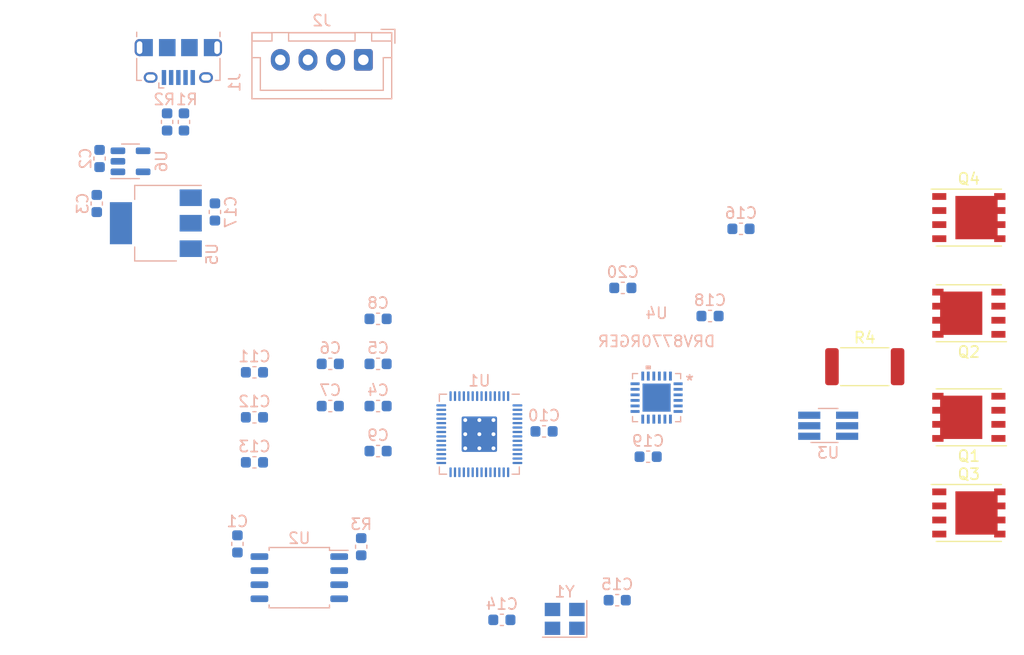
<source format=kicad_pcb>
(kicad_pcb (version 20211014) (generator pcbnew)
  (layers (0 "F.Cu" signal) (31 "B.Cu" signal) (34 "B.Paste" user) (35 "F.Paste" user) (36 "B.SilkS" user "B.Silkscreen") (37 "F.SilkS" user "F.Silkscreen") (38 "B.Mask" user) (39 "F.Mask" user) (44 "Edge.Cuts" user))
  (net 0 "")
  (net 1 "+3V3")
  (net 2 "GND")
  (net 3 "+15V")
  (net 4 "+1V1")
  (net 5 "Net-(C19-Pad1)")
  (net 6 "VCC")
  (net 7 "Net-(C20-Pad1)")
  (net 8 "/USB_D-")
  (net 9 "/USB_D+")
  (net 11 "/SPI_CS")
  (net 12 "/SPI_CLK")
  (net 13 "/SPI_MOSI")
  (net 14 "/SPI_MISO")
  (net 15 "/Driver/RS-")
  (net 16 "/Driver/GHA")
  (net 17 "/Driver/M_A")
  (net 18 "/Driver/GHB")
  (net 19 "/Driver/M_B")
  (net 20 "/Driver/GLA")
  (net 21 "/Driver/GLB")
  (net 22 "Net-(R1-Pad1)")
  (net 23 "Net-(R2-Pad2)")
  (net 24 "/SS")
  (net 46 "/INHA")
  (net 47 "/INHB")
  (net 48 "/INLA")
  (net 49 "/INLB")
  (net 50 "/CURRENT")
  (net 54 "/F_D3")
  (net 55 "/F_CLK")
  (net 56 "/F_D0")
  (net 57 "/F_D2")
  (net 58 "/F_D1")
  (net 59 "/Driver/CURRENT")
  (net 60 "/Driver/INLA")
  (net 61 "/Driver/INLB")
  (net 70 "/Driver/INHA")
  (net 71 "/Driver/INHB")
  (net 74 "/VBUS")
  (net 75 "/XIN")
  (net 76 "/XOUT")
  (footprint "MOSFET:PowerPAK_SO-8_FET" (layer "F.Cu") (at 172.72 101.6)
    (fp_text reference "Q4" (at 0 -3.5) (layer "F.SilkS"))
    (fp_text value "Q_NMOS_DGS")
    (fp_line (start -2.945 2.57) (end 2.945 2.57) (layer "F.SilkS") (width 0.12))
    (fp_line (start -3.4 -2.57) (end 2.945 -2.57) (layer "F.SilkS") (width 0.12))
    (pad "1" smd rect (at 2.795 1.905) (size 1.02 0.61) (layers "F.Cu" "F.Paste" "F.Mask") (net 19 "/Driver/M_B"))
    (pad "1" smd rect (at 0.69 0) (size 3.81 3.91) (layers "F.Cu" "F.Paste" "F.Mask") (net 19 "/Driver/M_B"))
    (pad "1" smd rect (at 2.795 -0.635) (size 1.02 0.61) (layers "F.Cu" "F.Paste" "F.Mask") (net 19 "/Driver/M_B"))
    (pad "1" smd rect (at 2.795 -1.905) (size 1.02 0.61) (layers "F.Cu" "F.Paste" "F.Mask") (net 19 "/Driver/M_B"))
    (pad "1" smd rect (at 2.795 0.635) (size 1.02 0.61) (layers "F.Cu" "F.Paste" "F.Mask") (net 19 "/Driver/M_B"))
    (pad "2" smd rect (at -2.67 1.905) (size 1.27 0.61) (layers "F.Cu" "F.Paste" "F.Mask") (net 21 "/Driver/GLB"))
    (pad "3" smd rect (at -2.67 -1.905) (size 1.27 0.61) (layers "F.Cu" "F.Paste" "F.Mask") (net 2 "GND"))
    (pad "3" smd rect (at -2.67 0.635) (size 1.27 0.61) (layers "F.Cu" "F.Paste" "F.Mask") (net 2 "GND"))
    (pad "3" smd rect (at -2.67 -0.635) (size 1.27 0.61) (layers "F.Cu" "F.Paste" "F.Mask") (net 2 "GND"))
  )
  (footprint "MOSFET:PowerPAK_SO-8_FET" (layer "F.Cu") (at 172.72 128.27)
    (fp_text reference "Q3" (at 0 -3.5) (layer "F.SilkS"))
    (fp_text value "Q_NMOS_DGS")
    (fp_line (start -3.4 -2.57) (end 2.945 -2.57) (layer "F.SilkS") (width 0.12))
    (fp_line (start -2.945 2.57) (end 2.945 2.57) (layer "F.SilkS") (width 0.12))
    (pad "1" smd rect (at 2.795 1.905) (size 1.02 0.61) (layers "F.Cu" "F.Paste" "F.Mask") (net 17 "/Driver/M_A"))
    (pad "1" smd rect (at 2.795 -0.635) (size 1.02 0.61) (layers "F.Cu" "F.Paste" "F.Mask") (net 17 "/Driver/M_A"))
    (pad "1" smd rect (at 2.795 -1.905) (size 1.02 0.61) (layers "F.Cu" "F.Paste" "F.Mask") (net 17 "/Driver/M_A"))
    (pad "1" smd rect (at 2.795 0.635) (size 1.02 0.61) (layers "F.Cu" "F.Paste" "F.Mask") (net 17 "/Driver/M_A"))
    (pad "1" smd rect (at 0.69 0) (size 3.81 3.91) (layers "F.Cu" "F.Paste" "F.Mask") (net 17 "/Driver/M_A"))
    (pad "2" smd rect (at -2.67 1.905) (size 1.27 0.61) (layers "F.Cu" "F.Paste" "F.Mask") (net 20 "/Driver/GLA"))
    (pad "3" smd rect (at -2.67 -1.905) (size 1.27 0.61) (layers "F.Cu" "F.Paste" "F.Mask") (net 2 "GND"))
    (pad "3" smd rect (at -2.67 0.635) (size 1.27 0.61) (layers "F.Cu" "F.Paste" "F.Mask") (net 2 "GND"))
    (pad "3" smd rect (at -2.67 -0.635) (size 1.27 0.61) (layers "F.Cu" "F.Paste" "F.Mask") (net 2 "GND"))
  )
  (footprint "Resistor_SMD:R_2512_6332Metric" (layer "F.Cu") (at 163.322 115.062)
    (fp_text reference "R4" (at 0 -2.62) (layer "F.SilkS"))
    (fp_text value "0.3m")
    (fp_line (start -2.177064 -1.71) (end 2.177064 -1.71) (layer "F.SilkS") (width 0.12))
    (fp_line (start -2.177064 1.71) (end 2.177064 1.71) (layer "F.SilkS") (width 0.12))
    (pad "1" smd roundrect (at -2.9625 0) (size 1.225 3.35) (layers "F.Cu" "F.Paste" "F.Mask") (roundrect_rratio 0.204082) (net 6 "VCC"))
    (pad "2" smd roundrect (at 2.9625 0) (size 1.225 3.35) (layers "F.Cu" "F.Paste" "F.Mask") (roundrect_rratio 0.204082) (net 15 "/Driver/RS-"))
  )
  (footprint "MOSFET:PowerPAK_SO-8_FET" (layer "F.Cu") (at 172.72 110.236 180)
    (fp_text reference "Q2" (at 0 -3.5) (layer "F.SilkS"))
    (fp_text value "Q_NMOS_DGS")
    (fp_line (start -2.945 2.57) (end 2.945 2.57) (layer "F.SilkS") (width 0.12))
    (fp_line (start -3.4 -2.57) (end 2.945 -2.57) (layer "F.SilkS") (width 0.12))
    (pad "1" smd rect (at 2.795 -0.635 180) (size 1.02 0.61) (layers "F.Cu" "F.Paste" "F.Mask") (net 15 "/Driver/RS-"))
    (pad "1" smd rect (at 0.69 0 180) (size 3.81 3.91) (layers "F.Cu" "F.Paste" "F.Mask") (net 15 "/Driver/RS-"))
    (pad "1" smd rect (at 2.795 1.905 180) (size 1.02 0.61) (layers "F.Cu" "F.Paste" "F.Mask") (net 15 "/Driver/RS-"))
    (pad "1" smd rect (at 2.795 -1.905 180) (size 1.02 0.61) (layers "F.Cu" "F.Paste" "F.Mask") (net 15 "/Driver/RS-"))
    (pad "1" smd rect (at 2.795 0.635 180) (size 1.02 0.61) (layers "F.Cu" "F.Paste" "F.Mask") (net 15 "/Driver/RS-"))
    (pad "2" smd rect (at -2.67 1.905 180) (size 1.27 0.61) (layers "F.Cu" "F.Paste" "F.Mask") (net 18 "/Driver/GHB"))
    (pad "3" smd rect (at -2.67 -1.905 180) (size 1.27 0.61) (layers "F.Cu" "F.Paste" "F.Mask") (net 19 "/Driver/M_B"))
    (pad "3" smd rect (at -2.67 0.635 180) (size 1.27 0.61) (layers "F.Cu" "F.Paste" "F.Mask") (net 19 "/Driver/M_B"))
    (pad "3" smd rect (at -2.67 -0.635 180) (size 1.27 0.61) (layers "F.Cu" "F.Paste" "F.Mask") (net 19 "/Driver/M_B"))
  )
  (footprint "MOSFET:PowerPAK_SO-8_FET" (layer "F.Cu") (at 172.72 119.634 180)
    (fp_text reference "Q1" (at 0 -3.5) (layer "F.SilkS"))
    (fp_text value "Q_NMOS_DGS")
    (fp_line (start -3.4 -2.57) (end 2.945 -2.57) (layer "F.SilkS") (width 0.12))
    (fp_line (start -2.945 2.57) (end 2.945 2.57) (layer "F.SilkS") (width 0.12))
    (pad "1" smd rect (at 2.795 0.635 180) (size 1.02 0.61) (layers "F.Cu" "F.Paste" "F.Mask") (net 15 "/Driver/RS-"))
    (pad "1" smd rect (at 2.795 -0.635 180) (size 1.02 0.61) (layers "F.Cu" "F.Paste" "F.Mask") (net 15 "/Driver/RS-"))
    (pad "1" smd rect (at 0.69 0 180) (size 3.81 3.91) (layers "F.Cu" "F.Paste" "F.Mask") (net 15 "/Driver/RS-"))
    (pad "1" smd rect (at 2.795 -1.905 180) (size 1.02 0.61) (layers "F.Cu" "F.Paste" "F.Mask") (net 15 "/Driver/RS-"))
    (pad "1" smd rect (at 2.795 1.905 180) (size 1.02 0.61) (layers "F.Cu" "F.Paste" "F.Mask") (net 15 "/Driver/RS-"))
    (pad "2" smd rect (at -2.67 1.905 180) (size 1.27 0.61) (layers "F.Cu" "F.Paste" "F.Mask") (net 16 "/Driver/GHA"))
    (pad "3" smd rect (at -2.67 -1.905 180) (size 1.27 0.61) (layers "F.Cu" "F.Paste" "F.Mask") (net 17 "/Driver/M_A"))
    (pad "3" smd rect (at -2.67 -0.635 180) (size 1.27 0.61) (layers "F.Cu" "F.Paste" "F.Mask") (net 17 "/Driver/M_A"))
    (pad "3" smd rect (at -2.67 0.635 180) (size 1.27 0.61) (layers "F.Cu" "F.Paste" "F.Mask") (net 17 "/Driver/M_A"))
  )
  (footprint "Package_SO:SOIC-8_5.23x5.23mm_P1.27mm" (layer "B.Cu") (at 112.268 134.112 180)
    (fp_text reference "U2" (at 0 3.56) (layer "B.SilkS") (effects (justify mirror)))
    (fp_text value "W25Q32JVSS")
    (fp_line (start -2.725 -2.725) (end -2.725 -2.465) (layer "B.SilkS") (width 0.12))
    (fp_line (start -2.725 2.725) (end -2.725 2.465) (layer "B.SilkS") (width 0.12))
    (fp_line (start 0 2.725) (end -2.725 2.725) (layer "B.SilkS") (width 0.12))
    (fp_line (start 0 2.725) (end 2.725 2.725) (layer "B.SilkS") (width 0.12))
    (fp_line (start 0 -2.725) (end 2.725 -2.725) (layer "B.SilkS") (width 0.12))
    (fp_line (start -2.725 2.465) (end -4.4 2.465) (layer "B.SilkS") (width 0.12))
    (fp_line (start 0 -2.725) (end -2.725 -2.725) (layer "B.SilkS") (width 0.12))
    (fp_line (start 2.725 2.725) (end 2.725 2.465) (layer "B.SilkS") (width 0.12))
    (fp_line (start 2.725 -2.725) (end 2.725 -2.465) (layer "B.SilkS") (width 0.12))
    (pad "1" smd roundrect (at -3.6 1.905 180) (size 1.6 0.6) (layers "B.Cu" "B.Paste" "B.Mask") (net 24 "/SS"))
    (pad "2" smd roundrect (at -3.6 0.635 180) (size 1.6 0.6) (layers "B.Cu" "B.Paste" "B.Mask") (net 58 "/F_D1"))
    (pad "3" smd roundrect (at -3.6 -0.635 180) (size 1.6 0.6) (layers "B.Cu" "B.Paste" "B.Mask") (net 57 "/F_D2"))
    (pad "4" smd roundrect (at -3.6 -1.905 180) (size 1.6 0.6) (layers "B.Cu" "B.Paste" "B.Mask") (net 2 "GND"))
    (pad "5" smd roundrect (at 3.6 -1.905 180) (size 1.6 0.6) (layers "B.Cu" "B.Paste" "B.Mask") (net 56 "/F_D0"))
    (pad "6" smd roundrect (at 3.6 -0.635 180) (size 1.6 0.6) (layers "B.Cu" "B.Paste" "B.Mask") (net 55 "/F_CLK"))
    (pad "7" smd roundrect (at 3.6 0.635 180) (size 1.6 0.6) (layers "B.Cu" "B.Paste" "B.Mask") (net 54 "/F_D3"))
    (pad "8" smd roundrect (at 3.6 1.905 180) (size 1.6 0.6) (layers "B.Cu" "B.Paste" "B.Mask") (net 1 "+3V3"))
  )
  (footprint "DRIVER:DRV8770RGER" (layer "B.Cu") (at 144.526 117.856 180)
    (fp_text reference "U4" (at 0 7.62) (layer "B.SilkS") (effects (justify mirror)))
    (fp_text value "DRV8770RGER" (at 0 5.08) (layer "B.SilkS") (effects (justify mirror)))
    (fp_text user "*" (at -2.9845 1.500378) (layer "B.SilkS") (effects (justify mirror)))
    (fp_text user "*" (at -2.9845 1.500378) (layer "B.SilkS") (effects (justify mirror)))
    (fp_line (start 2.1717 1.710055) (end 2.1717 2.1717) (layer "B.SilkS") (width 0.12))
    (fp_line (start -2.1717 2.1717) (end -2.1717 1.710055) (layer "B.SilkS") (width 0.12))
    (fp_line (start 1.710055 -2.1717) (end 2.1717 -2.1717) (layer "B.SilkS") (width 0.12))
    (fp_line (start 2.1717 -2.1717) (end 2.1717 -1.710055) (layer "B.SilkS") (width 0.12))
    (fp_line (start -2.1717 -2.1717) (end -1.710055 -2.1717) (layer "B.SilkS") (width 0.12))
    (fp_line (start -1.710055 2.1717) (end -2.1717 2.1717) (layer "B.SilkS") (width 0.12))
    (fp_line (start 2.1717 2.1717) (end 1.710055 2.1717) (layer "B.SilkS") (width 0.12))
    (fp_line (start -2.1717 -1.710055) (end -2.1717 -2.1717) (layer "B.SilkS") (width 0.12))
    (fp_poly (pts (xy 0.559689 2.6035) (xy 0.559689 2.8575) (xy 0.940689 2.8575) (xy 0.940689 2.6035)) (layer "B.SilkS") (width 0.1) (fill solid))
    (pad "1" smd rect (at -1.9431 1.250315 90) (size 0.254 0.8128) (layers "B.Cu" "B.Paste" "B.Mask") (net 60 "/Driver/INLA"))
    (pad "2" smd rect (at -1.9431 0.750189 90) (size 0.254 0.8128) (layers "B.Cu" "B.Paste" "B.Mask") (net 61 "/Driver/INLB"))
    (pad "3" smd rect (at -1.9431 0.250063 90) (size 0.254 0.8128) (layers "B.Cu" "B.Paste" "B.Mask"))
    (pad "4" smd rect (at -1.9431 -0.250063 90) (size 0.254 0.8128) (layers "B.Cu" "B.Paste" "B.Mask") (net 3 "+15V"))
    (pad "5" smd rect (at -1.9431 -0.750189 90) (size 0.254 0.8128) (layers "B.Cu" "B.Paste" "B.Mask"))
    (pad "6" smd rect (at -1.9431 -1.250315 90) (size 0.254 0.8128) (layers "B.Cu" "B.Paste" "B.Mask") (net 2 "GND"))
    (pad "7" smd rect (at -1.250315 -1.9431 180) (size 0.254 0.8128) (layers "B.Cu" "B.Paste" "B.Mask"))
    (pad "8" smd rect (at -0.750189 -1.9431 180) (size 0.254 0.8128) (layers "B.Cu" "B.Paste" "B.Mask"))
    (pad "9" smd rect (at -0.250063 -1.9431 180) (size 0.254 0.8128) (layers "B.Cu" "B.Paste" "B.Mask"))
    (pad "10" smd rect (at 0.250063 -1.9431 180) (size 0.254 0.8128) (layers "B.Cu" "B.Paste" "B.Mask") (net 21 "/Driver/GLB"))
    (pad "11" smd rect (at 0.750189 -1.9431 180) (size 0.254 0.8128) (layers "B.Cu" "B.Paste" "B.Mask") (net 20 "/Driver/GLA"))
    (pad "12" smd rect (at 1.250315 -1.9431 180) (size 0.254 0.8128) (layers "B.Cu" "B.Paste" "B.Mask") (net 2 "GND"))
    (pad "13" smd rect (at 1.9431 -1.250315 90) (size 0.254 0.8128) (layers "B.Cu" "B.Paste" "B.Mask"))
    (pad "14" smd rect (at 1.9431 -0.750189 90) (size 0.254 0.8128) (layers "B.Cu" "B.Paste" "B.Mask"))
    (pad "15" smd rect (at 1.9431 -0.250063 90) (size 0.254 0.8128) (layers "B.Cu" "B.Paste" "B.Mask") (net 6 "VCC"))
    (pad "16" smd rect (at 1.9431 0.250063 90) (size 0.254 0.8128) (layers "B.Cu" "B.Paste" "B.Mask") (net 18 "/Driver/GHB"))
    (pad "17" smd rect (at 1.9431 0.750189 90) (size 0.254 0.8128) (layers "B.Cu" "B.Paste" "B.Mask") (net 7 "Net-(C20-Pad1)"))
    (pad "18" smd rect (at 1.9431 1.250315 90) (size 0.254 0.8128) (layers "B.Cu" "B.Paste" "B.Mask") (net 6 "VCC"))
    (pad "19" smd rect (at 1.250315 1.9431 180) (size 0.254 0.8128) (layers "B.Cu" "B.Paste" "B.Mask") (net 16 "/Driver/GHA"))
    (pad "20" smd rect (at 0.750189 1.9431 180) (size 0.254 0.8128) (layers "B.Cu" "B.Paste" "B.Mask") (net 5 "Net-(C19-Pad1)"))
    (pad "21" smd rect (at 0.250063 1.9431 180) (size 0.254 0.8128) (layers "B.Cu" "B.Paste" "B.Mask"))
    (pad "22" smd rect (at -0.250063 1.9431 180) (size 0.254 0.8128) (layers "B.Cu" "B.Paste" "B.Mask") (net 70 "/Driver/INHA"))
    (pad "23" smd rect (at -0.750189 1.9431 180) (size 0.254 0.8128) (layers "B.Cu" "B.Paste" "B.Mask") (net 71 "/Driver/INHB"))
    (pad "24" smd rect (at -1.250315 1.9431 180) (size 0.254 0.8128) (layers "B.Cu" "B.Paste" "B.Mask"))
    (pad "25" smd rect (at 0 0 180) (size 2.54 2.54) (layers "B.Cu" "B.Mask") (net 2 "GND"))
  )
  (footprint "Capacitor_SMD:C_0603_1608Metric" (layer "B.Cu") (at 108.217 123.698 180)
    (fp_text reference "C13" (at 0 1.43) (layer "B.SilkS") (effects (justify mirror)))
    (fp_text value "1u")
    (fp_line (start -0.14058 0.51) (end 0.14058 0.51) (layer "B.SilkS") (width 0.12))
    (fp_line (start -0.14058 -0.51) (end 0.14058 -0.51) (layer "B.SilkS") (width 0.12))
    (pad "1" smd roundrect (at -0.775 0 180) (size 0.9 0.95) (layers "B.Cu" "B.Paste" "B.Mask") (net 4 "+1V1"))
    (pad "2" smd roundrect (at 0.775 0 180) (size 0.9 0.95) (layers "B.Cu" "B.Paste" "B.Mask") (net 2 "GND"))
  )
  (footprint "Capacitor_SMD:C_0603_1608Metric" (layer "B.Cu") (at 108.217 119.634 180)
    (fp_text reference "C12" (at 0 1.43) (layer "B.SilkS") (effects (justify mirror)))
    (fp_text value "100n")
    (fp_line (start -0.14058 0.51) (end 0.14058 0.51) (layer "B.SilkS") (width 0.12))
    (fp_line (start -0.14058 -0.51) (end 0.14058 -0.51) (layer "B.SilkS") (width 0.12))
    (pad "1" smd roundrect (at -0.775 0 180) (size 0.9 0.95) (layers "B.Cu" "B.Paste" "B.Mask") (net 4 "+1V1"))
    (pad "2" smd roundrect (at 0.775 0 180) (size 0.9 0.95) (layers "B.Cu" "B.Paste" "B.Mask") (net 2 "GND"))
  )
  (footprint "Capacitor_SMD:C_0603_1608Metric" (layer "B.Cu") (at 117.856 131.318 -90)
    (fp_text reference "R3" (at -2.032 0 180) (layer "B.SilkS") (effects (justify mirror)))
    (fp_text value "1k")
    (fp_line (start -0.14058 0.51) (end 0.14058 0.51) (layer "B.SilkS") (width 0.12))
    (fp_line (start -0.14058 -0.51) (end 0.14058 -0.51) (layer "B.SilkS") (width 0.12))
    (pad "1" smd roundrect (at -0.775 0 270) (size 0.9 0.95) (layers "B.Cu" "B.Paste" "B.Mask") (net 1 "+3V3"))
    (pad "2" smd roundrect (at 0.775 0 270) (size 0.9 0.95) (layers "B.Cu" "B.Paste" "B.Mask") (net 24 "/SS"))
  )
  (footprint "Crystal:Crystal_SMD_3225-4Pin_3.2x2.5mm" (layer "B.Cu") (at 136.228 137.834 180)
    (fp_text reference "Y1" (at 0 2.45) (layer "B.SilkS") (effects (justify mirror)))
    (fp_text value "Crystal")
    (fp_line (start -2 -1.65) (end 2 -1.65) (layer "B.SilkS") (width 0.12))
    (fp_line (start -2 1.65) (end -2 -1.65) (layer "B.SilkS") (width 0.12))
    (pad "1" smd rect (at -1.1 -0.85 180) (size 1.4 1.2) (layers "B.Cu" "B.Paste" "B.Mask") (net 75 "/XIN"))
    (pad "2" smd rect (at 1.1 0.85 180) (size 1.4 1.2) (layers "B.Cu" "B.Paste" "B.Mask") (net 76 "/XOUT"))
    (pad "3" smd rect (at 1.1 -0.85 180) (size 1.4 1.2) (layers "B.Cu" "B.Paste" "B.Mask"))
    (pad "4" smd rect (at -1.1 0.85 180) (size 1.4 1.2) (layers "B.Cu" "B.Paste" "B.Mask"))
  )
  (footprint "Package_TO_SOT_SMD:SOT-223" (layer "B.Cu") (at 99.314 102.108 180)
    (fp_text reference "U5" (at -5.08 -2.794 270) (layer "B.SilkS") (effects (justify mirror)))
    (fp_text value "LM1117-3.3")
    (fp_line (start -4.1 3.41) (end 1.91 3.41) (layer "B.SilkS") (width 0.12))
    (fp_line (start 1.91 -3.41) (end 1.91 -2.15) (layer "B.SilkS") (width 0.12))
    (fp_line (start 1.91 3.41) (end 1.91 2.15) (layer "B.SilkS") (width 0.12))
    (fp_line (start -1.85 -3.41) (end 1.91 -3.41) (layer "B.SilkS") (width 0.12))
    (pad "1" smd rect (at -3.15 2.3 180) (size 2 1.5) (layers "B.Cu" "B.Paste" "B.Mask") (net 2 "GND"))
    (pad "2" smd rect (at -3.15 0 180) (size 2 1.5) (layers "B.Cu" "B.Paste" "B.Mask") (net 1 "+3V3"))
    (pad "3" smd rect (at -3.15 -2.3 180) (size 2 1.5) (layers "B.Cu" "B.Paste" "B.Mask") (net 3 "+15V"))
    (pad "4" smd rect (at 3.15 0 180) (size 2 3.8) (layers "B.Cu" "B.Paste" "B.Mask"))
  )
  (footprint "Capacitor_SMD:C_0603_1608Metric" (layer "B.Cu") (at 115.062 114.808 180)
    (fp_text reference "C6" (at 0 1.43) (layer "B.SilkS") (effects (justify mirror)))
    (fp_text value "100n")
    (fp_line (start -0.14058 -0.51) (end 0.14058 -0.51) (layer "B.SilkS") (width 0.12))
    (fp_line (start -0.14058 0.51) (end 0.14058 0.51) (layer "B.SilkS") (width 0.12))
    (pad "1" smd roundrect (at -0.775 0 180) (size 0.9 0.95) (layers "B.Cu" "B.Paste" "B.Mask") (net 1 "+3V3"))
    (pad "2" smd roundrect (at 0.775 0 180) (size 0.9 0.95) (layers "B.Cu" "B.Paste" "B.Mask") (net 2 "GND"))
  )
  (footprint "Capacitor_SMD:C_0603_1608Metric" (layer "B.Cu") (at 140.97 136.144 180)
    (fp_text reference "C15" (at 0 1.43) (layer "B.SilkS") (effects (justify mirror)))
    (fp_text value "14p")
    (fp_line (start -0.14058 -0.51) (end 0.14058 -0.51) (layer "B.SilkS") (width 0.12))
    (fp_line (start -0.14058 0.51) (end 0.14058 0.51) (layer "B.SilkS") (width 0.12))
    (pad "1" smd roundrect (at -0.775 0 180) (size 0.9 0.95) (layers "B.Cu" "B.Paste" "B.Mask") (net 2 "GND"))
    (pad "2" smd roundrect (at 0.775 0 180) (size 0.9 0.95) (layers "B.Cu" "B.Paste" "B.Mask") (net 76 "/XOUT"))
  )
  (footprint "RP2040:RP2040-QFN-56" (layer "B.Cu") (at 128.524 121.158 180)
    (fp_text reference "U1" (at 0 4.82) (layer "B.SilkS") (effects (justify mirror)))
    (fp_text value "RP2040")
    (fp_line (start 2.96 3.61) (end 3.61 3.61) (layer "B.SilkS") (width 0.12))
    (fp_line (start 3.61 3.61) (end 3.61 2.96) (layer "B.SilkS") (width 0.12))
    (fp_line (start 2.96 -3.61) (end 3.61 -3.61) (layer "B.SilkS") (width 0.12))
    (fp_line (start -2.96 3.61) (end -3.61 3.61) (layer "B.SilkS") (width 0.12))
    (fp_line (start -2.96 -3.61) (end -3.61 -3.61) (layer "B.SilkS") (width 0.12))
    (fp_line (start 3.61 -3.61) (end 3.61 -2.96) (layer "B.SilkS") (width 0.12))
    (fp_line (start -3.61 -3.61) (end -3.61 -2.96) (layer "B.SilkS") (width 0.12))
    (pad "1" smd roundrect locked (at -3.4375 2.6 180) (size 0.875 0.2) (layers "B.Cu" "B.Paste" "B.Mask") (net 1 "+3V3"))
    (pad "2" smd roundrect locked (at -3.4375 2.2 180) (size 0.875 0.2) (layers "B.Cu" "B.Paste" "B.Mask") (net 13 "/SPI_MOSI"))
    (pad "3" smd roundrect locked (at -3.4375 1.8 180) (size 0.875 0.2) (layers "B.Cu" "B.Paste" "B.Mask") (net 11 "/SPI_CS"))
    (pad "4" smd roundrect locked (at -3.4375 1.4 180) (size 0.875 0.2) (layers "B.Cu" "B.Paste" "B.Mask") (net 12 "/SPI_CLK"))
    (pad "5" smd roundrect locked (at -3.4375 1 180) (size 0.875 0.2) (layers "B.Cu" "B.Paste" "B.Mask") (net 14 "/SPI_MISO"))
    (pad "6" smd roundrect locked (at -3.4375 0.6 180) (size 0.875 0.2) (layers "B.Cu" "B.Paste" "B.Mask"))
    (pad "7" smd roundrect locked (at -3.4375 0.2 180) (size 0.875 0.2) (layers "B.Cu" "B.Paste" "B.Mask"))
    (pad "8" smd roundrect locked (at -3.4375 -0.2 180) (size 0.875 0.2) (layers "B.Cu" "B.Paste" "B.Mask"))
    (pad "9" smd roundrect locked (at -3.4375 -0.6 180) (size 0.875 0.2) (layers "B.Cu" "B.Paste" "B.Mask"))
    (pad "10" smd roundrect locked (at -3.4375 -1 180) (size 0.875 0.2) (layers "B.Cu" "B.Paste" "B.Mask") (net 1 "+3V3"))
    (pad "11" smd roundrect locked (at -3.4375 -1.4 180) (size 0.875 0.2) (layers "B.Cu" "B.Paste" "B.Mask"))
    (pad "12" smd roundrect locked (at -3.4375 -1.8 180) (size 0.875 0.2) (layers "B.Cu" "B.Paste" "B.Mask"))
    (pad "13" smd roundrect locked (at -3.4375 -2.2 180) (size 0.875 0.2) (layers "B.Cu" "B.Paste" "B.Mask"))
    (pad "14" smd roundrect locked (at -3.4375 -2.6 180) (size 0.875 0.2) (layers "B.Cu" "B.Paste" "B.Mask"))
    (pad "15" smd roundrect locked (at -2.6 -3.4375 180) (size 0.2 0.875) (layers "B.Cu" "B.Paste" "B.Mask"))
    (pad "16" smd roundrect locked (at -2.2 -3.4375 180) (size 0.2 0.875) (layers "B.Cu" "B.Paste" "B.Mask"))
    (pad "17" smd roundrect locked (at -1.8 -3.4375 180) (size 0.2 0.875) (layers "B.Cu" "B.Paste" "B.Mask"))
    (pad "18" smd roundrect locked (at -1.4 -3.4375 180) (size 0.2 0.875) (layers "B.Cu" "B.Paste" "B.Mask"))
    (pad "19" smd roundrect locked (at -1 -3.4375 180) (size 0.2 0.875) (layers "B.Cu" "B.Paste" "B.Mask") (net 2 "GND"))
    (pad "20" smd roundrect locked (at -0.6 -3.4375 180) (size 0.2 0.875) (layers "B.Cu" "B.Paste" "B.Mask") (net 75 "/XIN"))
    (pad "21" smd roundrect locked (at -0.2 -3.4375 180) (size 0.2 0.875) (layers "B.Cu" "B.Paste" "B.Mask") (net 76 "/XOUT"))
    (pad "22" smd roundrect locked (at 0.2 -3.4375 180) (size 0.2 0.875) (layers "B.Cu" "B.Paste" "B.Mask") (net 1 "+3V3"))
    (pad "23" smd roundrect locked (at 0.6 -3.4375 180) (size 0.2 0.875) (layers "B.Cu" "B.Paste" "B.Mask") (net 4 "+1V1"))
    (pad "24" smd roundrect locked (at 1 -3.4375 180) (size 0.2 0.875) (layers "B.Cu" "B.Paste" "B.Mask"))
    (pad "25" smd roundrect locked (at 1.4 -3.4375 180) (size 0.2 0.875) (layers "B.Cu" "B.Paste" "B.Mask"))
    (pad "26" smd roundrect locked (at 1.8 -3.4375 180) (size 0.2 0.875) (layers "B.Cu" "B.Paste" "B.Mask"))
    (pad "27" smd roundrect locked (at 2.2 -3.4375 180) (size 0.2 0.875) (layers "B.Cu" "B.Paste" "B.Mask"))
    (pad "28" smd roundrect locked (at 2.6 -3.4375 180) (size 0.2 0.875) (layers "B.Cu" "B.Paste" "B.Mask"))
    (pad "29" smd roundrect locked (at 3.4375 -2.6 180) (size 0.875 0.2) (layers "B.Cu" "B.Paste" "B.Mask"))
    (pad "30" smd roundrect locked (at 3.4375 -2.2 180) (size 0.875 0.2) (layers "B.Cu" "B.Paste" "B.Mask"))
    (pad "31" smd roundrect locked (at 3.4375 -1.8 180) (size 0.875 0.2) (layers "B.Cu" "B.Paste" "B.Mask"))
    (pad "32" smd roundrect locked (at 3.4375 -1.4 180) (size 0.875 0.2) (layers "B.Cu" "B.Paste" "B.Mask"))
    (pad "33" smd roundrect locked (at 3.4375 -1 180) (size 0.875 0.2) (layers "B.Cu" "B.Paste" "B.Mask") (net 1 "+3V3"))
    (pad "34" smd roundrect locked (at 3.4375 -0.6 180) (size 0.875 0.2) (layers "B.Cu" "B.Paste" "B.Mask") (net 46 "/INHA"))
    (pad "35" smd roundrect locked (at 3.4375 -0.2 180) (size 0.875 0.2) (layers "B.Cu" "B.Paste" "B.Mask") (net 47 "/INHB"))
    (pad "36" smd roundrect locked (at 3.4375 0.2 180) (size 0.875 0.2) (layers "B.Cu" "B.Paste" "B.Mask") (net 48 "/INLA"))
    (pad "37" smd roundrect locked (at 3.4375 0.6 180) (size 0.875 0.2) (layers "B.Cu" "B.Paste" "B.Mask") (net 49 "/INLB"))
    (pad "38" smd roundrect locked (at 3.4375 1 180) (size 0.875 0.2) (layers "B.Cu" "B.Paste" "B.Mask") (net 50 "/CURRENT"))
    (pad "39" smd roundrect locked (at 3.4375 1.4 180) (size 0.875 0.2) (layers "B.Cu" "B.Paste" "B.Mask"))
    (pad "40" smd roundrect locked (at 3.4375 1.8 180) (size 0.875 0.2) (layers "B.Cu" "B.Paste" "B.Mask"))
    (pad "41" smd roundrect locked (at 3.4375 2.2 180) (size 0.875 0.2) (layers "B.Cu" "B.Paste" "B.Mask"))
    (pad "42" smd roundrect locked (at 3.4375 2.6 180) (size 0.875 0.2) (layers "B.Cu" "B.Paste" "B.Mask") (net 1 "+3V3"))
    (pad "43" smd roundrect locked (at 2.6 3.4375 180) (size 0.2 0.875) (layers "B.Cu" "B.Paste" "B.Mask") (net 1 "+3V3"))
    (pad "44" smd roundrect locked (at 2.2 3.4375 180) (size 0.2 0.875) (layers "B.Cu" "B.Paste" "B.Mask") (net 1 "+3V3"))
    (pad "45" smd roundrect locked (at 1.8 3.4375 180) (size 0.2 0.875) (layers "B.Cu" "B.Paste" "B.Mask") (net 4 "+1V1"))
    (pad "46" smd roundrect locked (at 1.4 3.4375 180) (size 0.2 0.875) (layers "B.Cu" "B.Paste" "B.Mask") (net 23 "Net-(R2-Pad2)"))
    (pad "47" smd roundrect locked (at 1 3.4375 180) (size 0.2 0.875) (layers "B.Cu" "B.Paste" "B.Mask") (net 22 "Net-(R1-Pad1)"))
    (pad "48" smd roundrect locked (at 0.6 3.4375 180) (size 0.2 0.875) (layers "B.Cu" "B.Paste" "B.Mask") (net 1 "+3V3"))
    (pad "49" smd roundrect locked (at 0.2 3.4375 180) (size 0.2 0.875) (layers "B.Cu" "B.Paste" "B.Mask") (net 1 "+3V3"))
    (pad "50" smd roundrect locked (at -0.2 3.4375 180) (size 0.2 0.875) (layers "B.Cu" "B.Paste" "B.Mask") (net 4 "+1V1"))
    (pad "51" smd roundrect locked (at -0.6 3.4375 180) (size 0.2 0.875) (layers "B.Cu" "B.Paste" "B.Mask") (net 54 "/F_D3"))
    (pad "52" smd roundrect locked (at -1 3.4375 180) (size 0.2 0.875) (layers "B.Cu" "B.Paste" "B.Mask") (net 55 "/F_CLK"))
    (pad "53" smd roundrect locked (at -1.4 3.4375 180) (size 0.2 0.875) (layers "B.Cu" "B.Paste" "B.Mask") (net 56 "/F_D0"))
    (pad "54" smd roundrect locked (at -1.8 3.4375 180) (size 0.2 0.875) (layers "B.Cu" "B.Paste" "B.Mask") (net 57 "/F_D2"))
    (pad "55" smd roundrect locked (at -2.2 3.4375 180) (size 0.2 0.875) (layers "B.Cu" "B.Paste" "B.Mask") (net 58 "/F_D1"))
    (pad "56" smd roundrect locked (at -2.6 3.4375 180) (size 0.2 0.875) (layers "B.Cu" "B.Paste" "B.Mask") (net 24 "/SS"))
    (pad "57" thru_hole circle locked (at -1.275 0 180) (size 0.6 0.6) (drill 0.35) (layers *.Cu) (net 2 "GND"))
    (pad "57" thru_hole circle locked (at 1.275 1.275 180) (size 0.6 0.6) (drill 0.35) (layers *.Cu) (net 2 "GND"))
    (pad "57" thru_hole circle locked (at 1.275 -1.275 180) (size 0.6 0.6) (drill 0.35) (layers *.Cu) (net 2 "GND"))
    (pad "57" thru_hole circle locked (at -1.275 1.275 180) (size 0.6 0.6) (drill 0.35) (layers *.Cu) (net 2 "GND"))
    (pad "57" smd roundrect locked (at 0 0 180) (size 3.2 3.2) (layers "B.Cu" "B.Mask") (roundrect_rratio 0.045) (net 2 "GND"))
    (pad "57" thru_hole circle locked (at 1.275 0 180) (size 0.6 0.6) (drill 0.35) (layers *.Cu) (net 2 "GND"))
    (pad "57" thru_hole circle locked (at 0 1.275 180) (size 0.6 0.6) (drill 0.35) (layers *.Cu) (net 2 "GND"))
    (pad "57" thru_hole circle locked (at -1.275 -1.275 180) (size 0.6 0.6) (drill 0.35) (layers *.Cu) (net 2 "GND"))
    (pad "57" thru_hole circle locked (at 0 -1.275 180) (size 0.6 0.6) (drill 0.35) (layers *.Cu) (net 2 "GND"))
    (pad "57" thru_hole circle locked (at 0 0 180) (size 0.6 0.6) (drill 0.35) (layers *.Cu) (net 2 "GND"))
  )
  (footprint "Capacitor_SMD:C_0603_1608Metric" (layer "B.Cu") (at 93.98 100.33 -90)
    (fp_text reference "C3" (at 0 1.27 90) (layer "B.SilkS") (effects (justify mirror)))
    (fp_text value "10u")
    (fp_line (start -0.14058 0.51) (end 0.14058 0.51) (layer "B.SilkS") (width 0.12))
    (fp_line (start -0.14058 -0.51) (end 0.14058 -0.51) (layer "B.SilkS") (width 0.12))
    (pad "1" smd roundrect (at -0.775 0 270) (size 0.9 0.95) (layers "B.Cu" "B.Paste" "B.Mask") (net 3 "+15V"))
    (pad "2" smd roundrect (at 0.775 0 270) (size 0.9 0.95) (layers "B.Cu" "B.Paste" "B.Mask") (net 2 "GND"))
  )
  (footprint "Capacitor_SMD:C_0603_1608Metric" (layer "B.Cu") (at 149.352 110.49 180)
    (fp_text reference "C18" (at 0 1.43) (layer "B.SilkS") (effects (justify mirror)))
    (fp_text value "0.1u")
    (fp_line (start -0.14058 -0.51) (end 0.14058 -0.51) (layer "B.SilkS") (width 0.12))
    (fp_line (start -0.14058 0.51) (end 0.14058 0.51) (layer "B.SilkS") (width 0.12))
    (pad "1" smd roundrect (at -0.775 0 180) (size 0.9 0.95) (layers "B.Cu" "B.Paste" "B.Mask") (net 2 "GND"))
    (pad "2" smd roundrect (at 0.775 0 180) (size 0.9 0.95) (layers "B.Cu" "B.Paste" "B.Mask") (net 1 "+3V3"))
  )
  (footprint "Capacitor_SMD:C_0603_1608Metric" (layer "B.Cu") (at 115.062 118.618 180)
    (fp_text reference "C7" (at 0 1.43) (layer "B.SilkS") (effects (justify mirror)))
    (fp_text value "100n")
    (fp_line (start -0.14058 0.51) (end 0.14058 0.51) (layer "B.SilkS") (width 0.12))
    (fp_line (start -0.14058 -0.51) (end 0.14058 -0.51) (layer "B.SilkS") (width 0.12))
    (pad "1" smd roundrect (at -0.775 0 180) (size 0.9 0.95) (layers "B.Cu" "B.Paste" "B.Mask") (net 1 "+3V3"))
    (pad "2" smd roundrect (at 0.775 0 180) (size 0.9 0.95) (layers "B.Cu" "B.Paste" "B.Mask") (net 2 "GND"))
  )
  (footprint "Connector_JST:JST_XH_B4B-XH-A_1x04_P2.50mm_Vertical" (layer "B.Cu") (at 118.05 87.359 180)
    (fp_text reference "J2" (at 3.75 3.55) (layer "B.SilkS") (effects (justify mirror)))
    (fp_text value "Conn_01x04_Male")
    (fp_line (start -2.85 2.75) (end -2.85 1.5) (layer "B.SilkS") (width 0.12))
    (fp_line (start 0.75 2.45) (end 0.75 1.7) (layer "B.SilkS") (width 0.12))
    (fp_line (start -0.75 2.45) (end -2.55 2.45) (layer "B.SilkS") (width 0.12))
    (fp_line (start 10.06 2.46) (end -2.56 2.46) (layer "B.SilkS") (width 0.12))
    (fp_line (start 8.25 2.45) (end 8.25 1.7) (layer "B.SilkS") (width 0.12))
    (fp_line (start 6.75 2.45) (end 0.75 2.45) (layer "B.SilkS") (width 0.12))
    (fp_line (start 9.3 0.2) (end 9.3 -2.75) (layer "B.SilkS") (width 0.12))
    (fp_line (start 10.05 0.2) (end 9.3 0.2) (layer "B.SilkS") (width 0.12))
    (fp_line (start 10.05 1.7) (end 10.05 2.45) (layer "B.SilkS") (width 0.12))
    (fp_line (start -2.55 0.2) (end -1.8 0.2) (layer "B.SilkS") (width 0.12))
    (fp_line (start 0.75 1.7) (end 6.75 1.7) (layer "B.SilkS") (width 0.12))
    (fp_line (start 10.06 -3.51) (end 10.06 2.46) (layer "B.SilkS") (width 0.12))
    (fp_line (start 9.3 -2.75) (end 3.75 -2.75) (layer "B.SilkS") (width 0.12))
    (fp_line (start 6.75 1.7) (end 6.75 2.45) (layer "B.SilkS") (width 0.12))
    (fp_line (start -2.56 2.46) (end -2.56 -3.51) (layer "B.SilkS") (width 0.12))
    (fp_line (start -2.55 1.7) (end -0.75 1.7) (layer "B.SilkS") (width 0.12))
    (fp_line (start 10.05 2.45) (end 8.25 2.45) (layer "B.SilkS") (width 0.12))
    (fp_line (start -1.6 2.75) (end -2.85 2.75) (layer "B.SilkS") (width 0.12))
    (fp_line (start 8.25 1.7) (end 10.05 1.7) (layer "B.SilkS") (width 0.12))
    (fp_line (start -0.75 1.7) (end -0.75 2.45) (layer "B.SilkS") (width 0.12))
    (fp_line (start -1.8 -2.75) (end 3.75 -2.75) (layer "B.SilkS") (width 0.12))
    (fp_line (start -2.55 2.45) (end -2.55 1.7) (layer "B.SilkS") (width 0.12))
    (fp_line (start -2.56 -3.51) (end 10.06 -3.51) (layer "B.SilkS") (width 0.12))
    (fp_line (start -1.8 0.2) (end -1.8 -2.75) (layer "B.SilkS") (width 0.12))
    (pad "1" thru_hole roundrect (at 0 0 180) (size 1.7 1.95) (drill 0.95) (layers *.Cu *.Mask) (roundrect_rratio 0.147059) (net 11 "/SPI_CS"))
    (pad "2" thru_hole oval (at 2.5 0 180) (size 1.7 1.95) (drill 0.95) (layers *.Cu *.Mask) (net 12 "/SPI_CLK"))
    (pad "3" thru_hole oval (at 5 0 180) (size 1.7 1.95) (drill 0.95) (layers *.Cu *.Mask) (net 13 "/SPI_MOSI"))
    (pad "4" thru_hole oval (at 7.5 0 180) (size 1.7 1.95) (drill 0.95) (layers *.Cu *.Mask) (net 14 "/SPI_MISO"))
  )
  (footprint "Capacitor_SMD:C_0603_1608Metric" (layer "B.Cu") (at 119.38 122.682 180)
    (fp_text reference "C9" (at 0 1.43) (layer "B.SilkS") (effects (justify mirror)))
    (fp_text value "100n")
    (fp_line (start -0.14058 -0.51) (end 0.14058 -0.51) (layer "B.SilkS") (width 0.12))
    (fp_line (start -0.14058 0.51) (end 0.14058 0.51) (layer "B.SilkS") (width 0.12))
    (pad "1" smd roundrect (at -0.775 0 180) (size 0.9 0.95) (layers "B.Cu" "B.Paste" "B.Mask") (net 1 "+3V3"))
    (pad "2" smd roundrect (at 0.775 0 180) (size 0.9 0.95) (layers "B.Cu" "B.Paste" "B.Mask") (net 2 "GND"))
  )
  (footprint "Capacitor_SMD:C_0603_1608Metric" (layer "B.Cu") (at 94.234 96.266 90)
    (fp_text reference "C2" (at 0 -1.27 270) (layer "B.SilkS") (effects (justify mirror)))
    (fp_text value "10u")
    (fp_line (start -0.14058 -0.51) (end 0.14058 -0.51) (layer "B.SilkS") (width 0.12))
    (fp_line (start -0.14058 0.51) (end 0.14058 0.51) (layer "B.SilkS") (width 0.12))
    (pad "1" smd roundrect (at -0.775 0 90) (size 0.9 0.95) (layers "B.Cu" "B.Paste" "B.Mask") (net 74 "/VBUS"))
    (pad "2" smd roundrect (at 0.775 0 90) (size 0.9 0.95) (layers "B.Cu" "B.Paste" "B.Mask") (net 2 "GND"))
  )
  (footprint "Capacitor_SMD:C_0603_1608Metric" (layer "B.Cu") (at 119.38 110.744 180)
    (fp_text reference "C8" (at 0 1.43) (layer "B.SilkS") (effects (justify mirror)))
    (fp_text value "100n")
    (fp_line (start -0.14058 -0.51) (end 0.14058 -0.51) (layer "B.SilkS") (width 0.12))
    (fp_line (start -0.14058 0.51) (end 0.14058 0.51) (layer "B.SilkS") (width 0.12))
    (pad "1" smd roundrect (at -0.775 0 180) (size 0.9 0.95) (layers "B.Cu" "B.Paste" "B.Mask") (net 1 "+3V3"))
    (pad "2" smd roundrect (at 0.775 0 180) (size 0.9 0.95) (layers "B.Cu" "B.Paste" "B.Mask") (net 2 "GND"))
  )
  (footprint "Capacitor_SMD:C_0603_1608Metric" (layer "B.Cu") (at 134.366 120.904 180)
    (fp_text reference "C10" (at 0 1.43) (layer "B.SilkS") (effects (justify mirror)))
    (fp_text value "1u")
    (fp_line (start -0.14058 -0.51) (end 0.14058 -0.51) (layer "B.SilkS") (width 0.12))
    (fp_line (start -0.14058 0.51) (end 0.14058 0.51) (layer "B.SilkS") (width 0.12))
    (pad "1" smd roundrect (at -0.775 0 180) (size 0.9 0.95) (layers "B.Cu" "B.Paste" "B.Mask") (net 1 "+3V3"))
    (pad "2" smd roundrect (at 0.775 0 180) (size 0.9 0.95) (layers "B.Cu" "B.Paste" "B.Mask") (net 2 "GND"))
  )
  (footprint "Capacitor_SMD:C_0603_1608Metric" (layer "B.Cu") (at 101.854 92.964 90)
    (fp_text reference "R1" (at 2.032 0.254) (layer "B.SilkS") (effects (justify mirror)))
    (fp_text value "27")
    (fp_line (start -0.14058 0.51) (end 0.14058 0.51) (layer "B.SilkS") (width 0.12))
    (fp_line (start -0.14058 -0.51) (end 0.14058 -0.51) (layer "B.SilkS") (width 0.12))
    (pad "1" smd roundrect (at -0.775 0 90) (size 0.9 0.95) (layers "B.Cu" "B.Paste" "B.Mask") (net 22 "Net-(R1-Pad1)"))
    (pad "2" smd roundrect (at 0.775 0 90) (size 0.9 0.95) (layers "B.Cu" "B.Paste" "B.Mask") (net 9 "/USB_D+"))
  )
  (footprint "Capacitor_SMD:C_0603_1608Metric" (layer "B.Cu") (at 119.38 118.618 180)
    (fp_text reference "C4" (at 0 1.43) (layer "B.SilkS") (effects (justify mirror)))
    (fp_text value "100n")
    (fp_line (start -0.14058 -0.51) (end 0.14058 -0.51) (layer "B.SilkS") (width 0.12))
    (fp_line (start -0.14058 0.51) (end 0.14058 0.51) (layer "B.SilkS") (width 0.12))
    (pad "1" smd roundrect (at -0.775 0 180) (size 0.9 0.95) (layers "B.Cu" "B.Paste" "B.Mask") (net 1 "+3V3"))
    (pad "2" smd roundrect (at 0.775 0 180) (size 0.9 0.95) (layers "B.Cu" "B.Paste" "B.Mask") (net 2 "GND"))
  )
  (footprint "Capacitor_SMD:C_0603_1608Metric" (layer "B.Cu") (at 152.146 102.616 180)
    (fp_text reference "C16" (at 0 1.43) (layer "B.SilkS") (effects (justify mirror)))
    (fp_text value "10uF")
    (fp_line (start -0.14058 0.51) (end 0.14058 0.51) (layer "B.SilkS") (width 0.12))
    (fp_line (start -0.14058 -0.51) (end 0.14058 -0.51) (layer "B.SilkS") (width 0.12))
    (pad "1" smd roundrect (at -0.775 0 180) (size 0.9 0.95) (layers "B.Cu" "B.Paste" "B.Mask") (net 2 "GND"))
    (pad "2" smd roundrect (at 0.775 0 180) (size 0.9 0.95) (layers "B.Cu" "B.Paste" "B.Mask") (net 3 "+15V"))
  )
  (footprint "Capacitor_SMD:C_0603_1608Metric" (layer "B.Cu") (at 108.217 115.57 180)
    (fp_text reference "C11" (at 0 1.43) (layer "B.SilkS") (effects (justify mirror)))
    (fp_text value "100n")
    (fp_line (start -0.14058 -0.51) (end 0.14058 -0.51) (layer "B.SilkS") (width 0.12))
    (fp_line (start -0.14058 0.51) (end 0.14058 0.51) (layer "B.SilkS") (width 0.12))
    (pad "1" smd roundrect (at -0.775 0 180) (size 0.9 0.95) (layers "B.Cu" "B.Paste" "B.Mask") (net 4 "+1V1"))
    (pad "2" smd roundrect (at 0.775 0 180) (size 0.9 0.95) (layers "B.Cu" "B.Paste" "B.Mask") (net 2 "GND"))
  )
  (footprint "Capacitor_SMD:C_0603_1608Metric" (layer "B.Cu") (at 104.648 101.092 90)
    (fp_text reference "C17" (at 0 1.43 90) (layer "B.SilkS") (effects (justify mirror)))
    (fp_text value "10u")
    (fp_line (start -0.14058 -0.51) (end 0.14058 -0.51) (layer "B.SilkS") (width 0.12))
    (fp_line (start -0.14058 0.51) (end 0.14058 0.51) (layer "B.SilkS") (width 0.12))
    (pad "1" smd roundrect (at -0.775 0 90) (size 0.9 0.95) (layers "B.Cu" "B.Paste" "B.Mask") (net 1 "+3V3"))
    (pad "2" smd roundrect (at 0.775 0 90) (size 0.9 0.95) (layers "B.Cu" "B.Paste" "B.Mask") (net 2 "GND"))
  )
  (footprint "Capacitor_SMD:C_0603_1608Metric" (layer "B.Cu") (at 100.33 92.964 -90)
    (fp_text reference "R2" (at -2.032 0.254) (layer "B.SilkS") (effects (justify mirror)))
    (fp_text value "27")
    (fp_line (start -0.14058 0.51) (end 0.14058 0.51) (layer "B.SilkS") (width 0.12))
    (fp_line (start -0.14058 -0.51) (end 0.14058 -0.51) (layer "B.SilkS") (width 0.12))
    (pad "1" smd roundrect (at -0.775 0 270) (size 0.9 0.95) (layers "B.Cu" "B.Paste" "B.Mask") (net 8 "/USB_D-"))
    (pad "2" smd roundrect (at 0.775 0 270) (size 0.9 0.95) (layers "B.Cu" "B.Paste" "B.Mask") (net 23 "Net-(R2-Pad2)"))
  )
  (footprint "Package_TO_SOT_SMD:SOT-23-5" (layer "B.Cu") (at 97.028 96.52)
    (fp_text reference "U6" (at 2.794 0 90) (layer "B.SilkS") (effects (justify mirror)))
    (fp_text value "MAX40200AUK")
    (fp_line (start 0 1.56) (end 0.8 1.56) (layer "B.SilkS") (width 0.12))
    (fp_line (start 0 1.56) (end -1.8 1.56) (layer "B.SilkS") (width 0.12))
    (fp_line (start 0 -1.56) (end 0.8 -1.56) (layer "B.SilkS") (width 0.12))
    (fp_line (start 0 -1.56) (end -0.8 -1.56) (layer "B.SilkS") (width 0.12))
    (pad "1" smd roundrect (at -1.1375 0.95) (size 1.325 0.6) (layers "B.Cu" "B.Paste" "B.Mask") (net 74 "/VBUS"))
    (pad "2" smd roundrect (at -1.1375 0) (size 1.325 0.6) (layers "B.Cu" "B.Paste" "B.Mask") (net 2 "GND"))
    (pad "3" smd roundrect (at -1.1375 -0.95) (size 1.325 0.6) (layers "B.Cu" "B.Paste" "B.Mask") (net 74 "/VBUS"))
    (pad "4" smd roundrect (at 1.1375 -0.95) (size 1.325 0.6) (layers "B.Cu" "B.Paste" "B.Mask"))
    (pad "5" smd roundrect (at 1.1375 0.95) (size 1.325 0.6) (layers "B.Cu" "B.Paste" "B.Mask") (net 3 "+15V"))
  )
  (footprint "Capacitor_SMD:C_0603_1608Metric" (layer "B.Cu") (at 143.764 123.19 180)
    (fp_text reference "C19" (at 0 1.43) (layer "B.SilkS") (effects (justify mirror)))
    (fp_text value "100n")
    (fp_line (start -0.14058 0.51) (end 0.14058 0.51) (layer "B.SilkS") (width 0.12))
    (fp_line (start -0.14058 -0.51) (end 0.14058 -0.51) (layer "B.SilkS") (width 0.12))
    (pad "1" smd roundrect (at -0.775 0 180) (size 0.9 0.95) (layers "B.Cu" "B.Paste" "B.Mask") (net 5 "Net-(C19-Pad1)"))
    (pad "2" smd roundrect (at 0.775 0 180) (size 0.9 0.95) (layers "B.Cu" "B.Paste" "B.Mask") (net 6 "VCC"))
  )
  (footprint "Capacitor_SMD:C_0603_1608Metric" (layer "B.Cu") (at 119.38 114.808 180)
    (fp_text reference "C5" (at 0 1.43) (layer "B.SilkS") (effects (justify mirror)))
    (fp_text value "100n")
    (fp_line (start -0.14058 -0.51) (end 0.14058 -0.51) (layer "B.SilkS") (width 0.12))
    (fp_line (start -0.14058 0.51) (end 0.14058 0.51) (layer "B.SilkS") (width 0.12))
    (pad "1" smd roundrect (at -0.775 0 180) (size 0.9 0.95) (layers "B.Cu" "B.Paste" "B.Mask") (net 1 "+3V3"))
    (pad "2" smd roundrect (at 0.775 0 180) (size 0.9 0.95) (layers "B.Cu" "B.Paste" "B.Mask") (net 2 "GND"))
  )
  (footprint "Capacitor_SMD:C_0603_1608Metric" (layer "B.Cu") (at 106.68 131.064 90)
    (fp_text reference "C1" (at 2.032 0 180) (layer "B.SilkS") (effects (justify mirror)))
    (fp_text value "100u")
    (fp_line (start -0.14058 0.51) (end 0.14058 0.51) (layer "B.SilkS") (width 0.12))
    (fp_line (start -0.14058 -0.51) (end 0.14058 -0.51) (layer "B.SilkS") (width 0.12))
    (pad "1" smd roundrect (at -0.775 0 90) (size 0.9 0.95) (layers "B.Cu" "B.Paste" "B.Mask") (net 1 "+3V3"))
    (pad "2" smd roundrect (at 0.775 0 90) (size 0.9 0.95) (layers "B.Cu" "B.Paste" "B.Mask") (net 2 "GND"))
  )
  (footprint "Capacitor_SMD:C_0603_1608Metric" (layer "B.Cu") (at 130.556 137.922 180)
    (fp_text reference "C14" (at 0 1.43) (layer "B.SilkS") (effects (justify mirror)))
    (fp_text value "14p")
    (fp_line (start -0.14058 0.51) (end 0.14058 0.51) (layer "B.SilkS") (width 0.12))
    (fp_line (start -0.14058 -0.51) (end 0.14058 -0.51) (layer "B.SilkS") (width 0.12))
    (pad "1" smd roundrect (at -0.775 0 180) (size 0.9 0.95) (layers "B.Cu" "B.Paste" "B.Mask") (net 2 "GND"))
    (pad "2" smd roundrect (at 0.775 0 180) (size 0.9 0.95) (layers "B.Cu" "B.Paste" "B.Mask") (net 75 "/XIN"))
  )
  (footprint "Connector_USB:USB_Micro-B_Amphenol_10118194_Horizontal" (layer "B.Cu") (at 101.346 87.553)
    (fp_text reference "J1" (at 5.08 1.855 90) (layer "B.SilkS") (effects (justify mirror)))
    (fp_text value "USB_B_Micro")
    (fp_line (start 3.76 -0.32) (end 3.76 1.66) (layer "B.SilkS") (width 0.12))
    (fp_line (start -3.76 -2.69) (end -3.76 -2.29) (layer "B.SilkS") (width 0.12))
    (fp_line (start 3.76 -2.29) (end 3.76 -2.69) (layer "B.SilkS") (width 0.12))
    (fp_line (start -3.76 1.66) (end -3.34 1.66) (layer "B.SilkS") (width 0.12))
    (fp_line (start 3.76 1.66) (end 3.34 1.66) (layer "B.SilkS") (width 0.12))
    (fp_line (start -1.31 2.34) (end -1.76 2.34) (layer "B.SilkS") (width 0.12))
    (fp_line (start -1.76 1.89) (end -1.76 2.34) (layer "B.SilkS") (width 0.12))
    (fp_line (start -3.76 -0.32) (end -3.76 1.66) (layer "B.SilkS") (width 0.12))
    (pad "1" smd rect (at -1.3 1.4) (size 0.4 1.35) (layers "B.Cu" "B.Paste" "B.Mask") (net 74 "/VBUS"))
    (pad "2" smd rect (at -0.65 1.4) (size 0.4 1.35) (layers "B.Cu" "B.Paste" "B.Mask") (net 8 "/USB_D-"))
    (pad "3" smd rect (at 0 1.4) (size 0.4 1.35) (layers "B.Cu" "B.Paste" "B.Mask") (net 9 "/USB_D+"))
    (pad "4" smd rect (at 0.65 1.4) (size 0.4 1.35) (layers "B.Cu" "B.Paste" "B.Mask"))
    (pad "5" smd rect (at 1.3 1.4) (size 0.4 1.35) (layers "B.Cu" "B.Paste" "B.Mask") (net 2 "GND"))
    (pad "6" thru_hole oval (at -2.5 1.4) (size 1.25 0.95) (drill oval 0.85 0.55) (layers *.Cu *.Mask) (net 2 "GND"))
    (pad "6" smd rect (at -2.9 -1.3) (size 1.2 1.55) (layers "B.Cu" "B.Paste" "B.Mask") (net 2 "GND"))
    (pad "6" smd rect (at 2.9 -1.3) (size 1.2 1.55) (layers "B.Cu" "B.Paste" "B.Mask") (net 2 "GND"))
    (pad "6" thru_hole oval (at 2.5 1.4) (size 1.25 0.95) (drill oval 0.85 0.55) (layers *.Cu *.Mask) (net 2 "GND"))
    (pad "6" thru_hole oval (at 3.5 -1.3) (size 0.89 1.55) (drill oval 0.5 1.15) (layers *.Cu *.Mask) (net 2 "GND"))
    (pad "6" smd rect (at 1 -1.3) (size 1.5 1.55) (layers "B.Cu" "B.Paste" "B.Mask") (net 2 "GND"))
    (pad "6" thru_hole oval (at -3.5 -1.3) (size 0.89 1.55) (drill oval 0.5 1.15) (layers *.Cu *.Mask) (net 2 "GND"))
    (pad "6" smd rect (at -1 -1.3) (size 1.5 1.55) (layers "B.Cu" "B.Paste" "B.Mask") (net 2 "GND"))
  )
  (footprint "Capacitor_SMD:C_0603_1608Metric" (layer "B.Cu") (at 141.478 107.95 180)
    (fp_text reference "C20" (at 0 1.43) (layer "B.SilkS") (effects (justify mirror)))
    (fp_text value "100n")
    (fp_line (start -0.14058 0.51) (end 0.14058 0.51) (layer "B.SilkS") (width 0.12))
    (fp_line (start -0.14058 -0.51) (end 0.14058 -0.51) (layer "B.SilkS") (width 0.12))
    (pad "1" smd roundrect (at -0.775 0 180) (size 0.9 0.95) (layers "B.Cu" "B.Paste" "B.Mask") (net 7 "Net-(C20-Pad1)"))
    (pad "2" smd roundrect (at 0.775 0 180) (size 0.9 0.95) (layers "B.Cu" "B.Paste" "B.Mask") (net 6 "VCC"))
  )
  (footprint "Package_TO_SOT_SMD:TSOT-23-6_HandSoldering" (layer "B.Cu") (at 160.02 120.396)
    (fp_text reference "U3" (at 0 2.45) (layer "B.SilkS") (effects (justify mirror)))
    (fp_text value "MAX4073TAUT")
    (fp_line (start -0.88 -1.56) (end 0.88 -1.56) (layer "B.SilkS") (width 0.12))
    (fp_line (start 0.88 1.51) (end -1.55 1.51) (layer "B.SilkS") (width 0.12))
    (pad "1" smd rect (at -1.71 0.95) (size 2 0.65) (layers "B.Cu" "B.Paste" "B.Mask") (net 2 "GND"))
    (pad "2" smd rect (at -1.71 0) (size 2 0.65) (layers "B.Cu" "B.Paste" "B.Mask") (net 2 "GND"))
    (pad "3" smd rect (at -1.71 -0.95) (size 2 0.65) (layers "B.Cu" "B.Paste" "B.Mask") (net 1 "+3V3"))
    (pad "4" smd rect (at 1.71 -0.95) (size 2 0.65) (layers "B.Cu" "B.Paste" "B.Mask") (net 6 "VCC"))
    (pad "5" smd rect (at 1.71 0) (size 2 0.65) (layers "B.Cu" "B.Paste" "B.Mask") (net 15 "/Driver/RS-"))
    (pad "6" smd rect (at 1.71 0.95) (size 2 0.65) (layers "B.Cu" "B.Paste" "B.Mask") (net 59 "/Driver/CURRENT"))
  )
)
</source>
